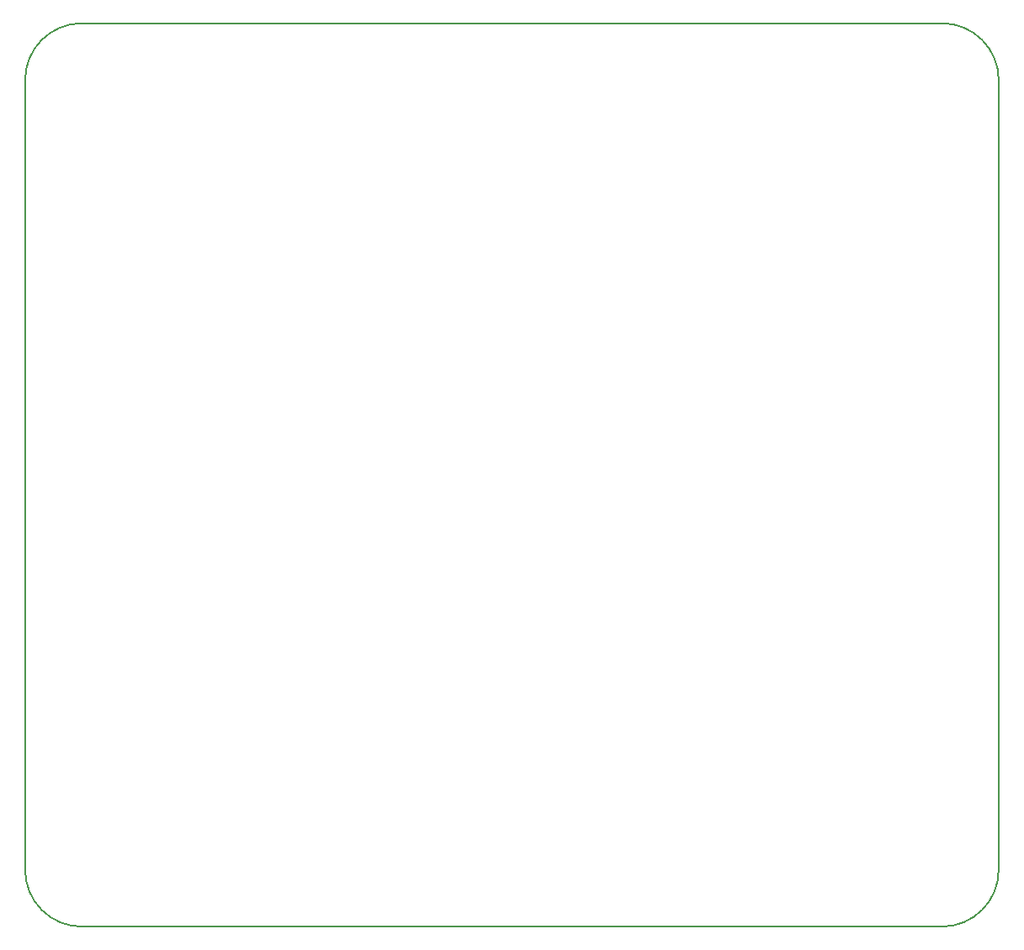
<source format=gbr>
G04 #@! TF.GenerationSoftware,KiCad,Pcbnew,5.0.2-bee76a0~70~ubuntu16.04.1*
G04 #@! TF.CreationDate,2020-01-14T10:26:46-07:00*
G04 #@! TF.ProjectId,Soil_Sensor_Hub,536f696c-5f53-4656-9e73-6f725f487562,rev?*
G04 #@! TF.SameCoordinates,Original*
G04 #@! TF.FileFunction,Profile,NP*
%FSLAX46Y46*%
G04 Gerber Fmt 4.6, Leading zero omitted, Abs format (unit mm)*
G04 Created by KiCad (PCBNEW 5.0.2-bee76a0~70~ubuntu16.04.1) date Tue 14 Jan 2020 10:26:46 AM MST*
%MOMM*%
%LPD*%
G01*
G04 APERTURE LIST*
%ADD10C,0.150000*%
G04 APERTURE END LIST*
D10*
X92710000Y-96266000D02*
X92710000Y-176022000D01*
X185420000Y-181610000D02*
X98425000Y-181610000D01*
X190754000Y-96266000D02*
X190754000Y-175895000D01*
X92710000Y-96266000D02*
G75*
G02X98425000Y-90551000I5715000J0D01*
G01*
X98425000Y-181610000D02*
G75*
G02X92710000Y-175895000I0J5715000D01*
G01*
X190754000Y-175895000D02*
G75*
G02X185039000Y-181610000I-5715000J0D01*
G01*
X185039000Y-90551000D02*
G75*
G02X190754000Y-96266000I0J-5715000D01*
G01*
X185420000Y-90551000D02*
X98425000Y-90551000D01*
M02*

</source>
